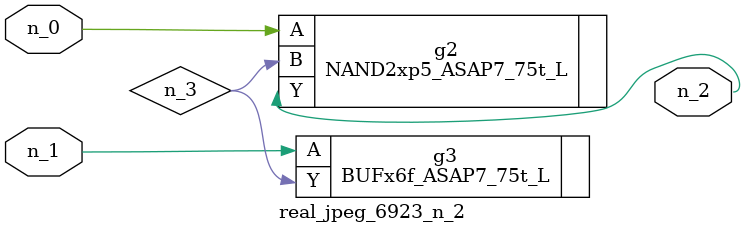
<source format=v>
module real_jpeg_6923_n_2 (n_1, n_0, n_2);

input n_1;
input n_0;

output n_2;

wire n_3;

NAND2xp5_ASAP7_75t_L g2 ( 
.A(n_0),
.B(n_3),
.Y(n_2)
);

BUFx6f_ASAP7_75t_L g3 ( 
.A(n_1),
.Y(n_3)
);


endmodule
</source>
